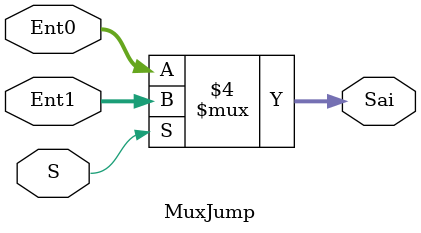
<source format=v>
module MuxJump(input [7:0]Ent1, Ent0, input S, 
					  output reg[7:0] Sai);	
	always @*begin
		if(S == 0) begin
			Sai = Ent0;
		end	
		else	
			Sai = Ent1; 
	end
endmodule
</source>
